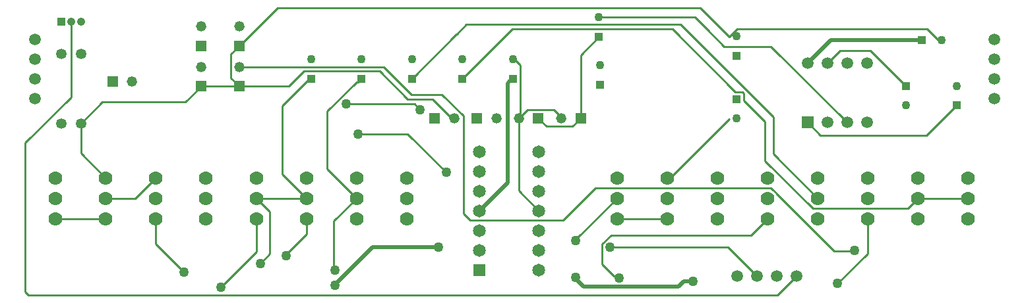
<source format=gbl>
G04*
G04 #@! TF.GenerationSoftware,Altium Limited,Altium Designer,25.3.3 (18)*
G04*
G04 Layer_Physical_Order=2*
G04 Layer_Color=16711680*
%FSLAX25Y25*%
%MOIN*%
G70*
G04*
G04 #@! TF.SameCoordinates,DCBC244B-8E6B-4275-8FA6-C99DFC31DE85*
G04*
G04*
G04 #@! TF.FilePolarity,Positive*
G04*
G01*
G75*
%ADD18C,0.01000*%
%ADD30C,0.07000*%
%ADD32C,0.05900*%
%ADD37C,0.05200*%
%ADD38R,0.05200X0.05200*%
%ADD42R,0.05200X0.05200*%
%ADD46R,0.04331X0.04331*%
%ADD49R,0.04331X0.04331*%
%ADD50C,0.02067*%
%ADD51C,0.04331*%
%ADD52R,0.04134X0.04134*%
%ADD53C,0.04134*%
%ADD54C,0.06496*%
%ADD55R,0.06496X0.06496*%
%ADD56R,0.05937X0.05937*%
%ADD57C,0.05937*%
%ADD58C,0.05315*%
%ADD59C,0.05000*%
D18*
X511588Y391660D02*
G03*
X510117Y393131I-4194J-2723D01*
G01*
X155295Y440236D02*
Y478445D01*
X132219Y417160D02*
X155295Y440236D01*
X132219Y341403D02*
Y417160D01*
Y341403D02*
X133626Y339996D01*
X512496D01*
X542815Y345669D02*
X558126Y360980D01*
Y378543D01*
X263976Y359941D02*
Y360429D01*
X274269Y370722D02*
Y378543D01*
X263976Y360429D02*
X274269Y370722D01*
X250886Y355906D02*
X255709Y360728D01*
Y382132D01*
X248903Y361797D02*
Y378543D01*
X231102Y343996D02*
X248903Y361797D01*
X512496Y339996D02*
X521988Y349488D01*
X198172Y365686D02*
X212500Y351358D01*
X198172Y365686D02*
Y378543D01*
X248903Y388937D02*
X255709Y382132D01*
X288189Y352756D02*
X288583Y352362D01*
X288189Y352756D02*
Y377492D01*
X299634Y388937D01*
X325492Y421654D02*
X344980Y402165D01*
X342717Y441634D02*
X353642Y430709D01*
Y381196D02*
X357082Y377756D01*
X353642Y381196D02*
Y430709D01*
X327475Y441634D02*
X342717D01*
X160236Y426870D02*
X171063Y437697D01*
X213104D01*
X220916Y445509D01*
X300295Y421654D02*
X325492D01*
X510335Y411363D02*
X532760Y388937D01*
X510335Y411363D02*
Y430048D01*
X463340Y477043D02*
X510335Y430048D01*
X506201Y407874D02*
Y427953D01*
X495496Y438658D02*
X506201Y427953D01*
Y407874D02*
X530315Y383760D01*
X459449Y474705D02*
X491217Y442937D01*
X494617D01*
X495496Y438658D02*
Y442058D01*
X365645Y477043D02*
X463340D01*
X494617Y442937D02*
X495496Y442058D01*
X488091Y470768D02*
X492126Y474803D01*
X587979D02*
X595066Y467717D01*
X378917Y459764D02*
X382307Y456374D01*
X240409Y445731D02*
X265460D01*
X240311D02*
X240409D01*
X430331Y349393D02*
X431616D01*
X432382Y348628D01*
X430209Y349515D02*
X430331Y349393D01*
X429815Y349515D02*
X430209D01*
X294291Y436811D02*
X328937D01*
X331791Y433957D01*
X300426Y447941D02*
X302067Y449582D01*
X284878Y403693D02*
Y433205D01*
X302067Y449582D02*
Y450394D01*
X299614Y447941D02*
X300426D01*
X284878Y433205D02*
X299614Y447941D01*
X337894Y439272D02*
X346378Y430787D01*
X325394Y439272D02*
X337894D01*
X311221Y453445D02*
X325394Y439272D01*
X575575Y447555D02*
X575873D01*
X559350Y463779D02*
X575575Y447555D01*
X575873D02*
X576132Y447296D01*
X543976Y463779D02*
X559350D01*
X576132Y446998D02*
Y447296D01*
X587795Y420866D02*
X602953Y436024D01*
X534173Y420866D02*
X587795D01*
X147441Y378543D02*
X172807D01*
X240409Y466219D02*
X259623Y485433D01*
X236211Y462021D02*
X240409Y466219D01*
X313536Y455574D02*
X327475Y441634D01*
X284878Y403693D02*
X299634Y388937D01*
X261910Y401296D02*
Y435728D01*
X276575Y450394D01*
X540945Y362303D02*
X551181D01*
X551378Y362500D01*
X357082Y377756D02*
X404134D01*
X420472Y394094D02*
X509154D01*
X404134Y377756D02*
X420472Y394094D01*
X410532Y367618D02*
Y368171D01*
X431298Y388937D01*
X423756Y355575D02*
X429815Y349515D01*
X423756Y355575D02*
Y365732D01*
X382307Y430216D02*
Y456374D01*
X381619Y429528D02*
X382307Y430216D01*
X386014Y433923D01*
X399345D01*
X381619Y392726D02*
X391772Y382573D01*
X381619Y392726D02*
Y429528D01*
X378223Y474705D02*
X459449D01*
X353125Y449606D02*
X378223Y474705D01*
X259623Y485433D02*
X473425D01*
X160236Y411901D02*
Y426870D01*
Y411901D02*
X172807Y399331D01*
X487402Y364075D02*
X501988Y349488D01*
X427756Y364075D02*
X487402D01*
X273174Y453445D02*
X311221D01*
X391461Y429528D02*
X395561Y425428D01*
X408794D01*
X412894Y429528D01*
Y461565D01*
X422195Y470866D01*
X509071Y465969D02*
X547618Y427421D01*
X485534Y465969D02*
X509071D01*
X473425Y485433D02*
X488091Y470768D01*
X492126Y474803D02*
X587979D01*
X365645Y477043D02*
X365645Y477043D01*
X350306Y472195D02*
X355155Y477043D01*
X365645D01*
X350197Y472195D02*
X350306D01*
X327608Y449606D02*
X350197Y472195D01*
X240311Y455574D02*
X313536D01*
X346521Y430787D02*
X347781Y429528D01*
X346378Y430787D02*
X346521D01*
X347781Y429528D02*
X348917D01*
X527618Y427421D02*
X534173Y420866D01*
X248903Y388937D02*
X274269D01*
X530315Y383760D02*
X578314D01*
X456664Y399331D02*
X458287D01*
X460060Y401005D02*
X488091Y429035D01*
X459962Y401005D02*
X460060D01*
X458287Y399331D02*
X459962Y401005D01*
X423756Y365732D02*
X428302Y370278D01*
X499129D01*
X578314Y383760D02*
X583491Y388937D01*
X608857D01*
X499129Y370278D02*
X507395Y378543D01*
X511588Y391660D02*
X540945Y362303D01*
X509154Y394094D02*
X510117Y393131D01*
X431298Y378543D02*
X456664D01*
X261910Y401296D02*
X274269Y388937D01*
X187778D02*
X198172Y399331D01*
X172807Y388937D02*
X187778D01*
X236211Y449831D02*
Y462021D01*
Y449831D02*
X240311Y445731D01*
X220916D02*
X240311D01*
X265460D02*
X273174Y453445D01*
X423327Y480709D02*
X470794D01*
X476604Y474898D01*
Y474898D02*
X485534Y465969D01*
X476604Y474898D02*
Y474898D01*
X399345Y433923D02*
X403051Y430217D01*
X223179Y396821D02*
X223228Y396772D01*
X537618Y457421D02*
X543976Y463779D01*
X298967Y375935D02*
X299114Y376083D01*
D30*
X431298Y378543D02*
D03*
Y388937D02*
D03*
Y399331D02*
D03*
X456664D02*
D03*
Y388937D02*
D03*
Y378543D02*
D03*
X482029Y399331D02*
D03*
Y388937D02*
D03*
Y378543D02*
D03*
X198172D02*
D03*
Y388937D02*
D03*
Y399331D02*
D03*
X248903Y378543D02*
D03*
Y388937D02*
D03*
Y399331D02*
D03*
X147441Y378543D02*
D03*
Y388937D02*
D03*
Y399331D02*
D03*
X172807D02*
D03*
Y388937D02*
D03*
Y378543D02*
D03*
X223538Y399331D02*
D03*
Y388937D02*
D03*
Y378543D02*
D03*
X299634D02*
D03*
Y388937D02*
D03*
Y399331D02*
D03*
X325000Y378543D02*
D03*
Y388937D02*
D03*
Y399331D02*
D03*
X274269D02*
D03*
Y388937D02*
D03*
Y378543D02*
D03*
X583491D02*
D03*
Y388937D02*
D03*
Y399331D02*
D03*
X507395Y378543D02*
D03*
Y388937D02*
D03*
Y399331D02*
D03*
X532760D02*
D03*
Y388937D02*
D03*
Y378543D02*
D03*
X608857D02*
D03*
Y388937D02*
D03*
Y399331D02*
D03*
X558126D02*
D03*
Y388937D02*
D03*
Y378543D02*
D03*
D32*
X492039Y349500D02*
D03*
X512039D02*
D03*
X522039D02*
D03*
X502039D02*
D03*
X622000Y439500D02*
D03*
Y459500D02*
D03*
Y449500D02*
D03*
Y469500D02*
D03*
X137000Y449500D02*
D03*
Y469500D02*
D03*
Y459500D02*
D03*
Y439500D02*
D03*
D37*
X220916Y455574D02*
D03*
X240409D02*
D03*
X220916Y476062D02*
D03*
X381619Y429528D02*
D03*
X370350D02*
D03*
X348917D02*
D03*
X186177Y448011D02*
D03*
X240409Y476062D02*
D03*
X403051Y429528D02*
D03*
D38*
X220916Y445731D02*
D03*
X240409D02*
D03*
X220916Y466219D02*
D03*
X240409D02*
D03*
D42*
X391461Y429528D02*
D03*
X360507D02*
D03*
X339075D02*
D03*
X176335Y448011D02*
D03*
X412894Y429528D02*
D03*
D46*
X491831Y439272D02*
D03*
X422835Y446555D02*
D03*
X577539Y445890D02*
D03*
X602953Y436024D02*
D03*
X422195Y470866D02*
D03*
X378642Y449606D02*
D03*
X491831Y461319D02*
D03*
X327608Y449606D02*
D03*
X353125D02*
D03*
X276575D02*
D03*
X302092D02*
D03*
D49*
X585532Y469291D02*
D03*
D50*
X288681Y344783D02*
Y345276D01*
X307677Y364272D01*
X462500Y344094D02*
X465158Y346752D01*
X414370Y344094D02*
X462500D01*
X465158Y346752D02*
X469587D01*
X410433Y348031D02*
X414370Y344094D01*
X307677Y364272D02*
X341043D01*
X410433Y348031D02*
Y348819D01*
X378642Y449606D02*
Y450197D01*
X375984Y447264D02*
X377195Y448474D01*
X377510D01*
X375984Y396785D02*
Y447264D01*
X361772Y382573D02*
X375984Y396785D01*
X377510Y448474D02*
X378642Y449606D01*
X539488Y469291D02*
X585532D01*
X527618Y457421D02*
X539488Y469291D01*
D51*
X491831Y429429D02*
D03*
X422835Y456398D02*
D03*
X595374Y469291D02*
D03*
X577539Y436047D02*
D03*
X602953Y445866D02*
D03*
X422195Y480709D02*
D03*
X378642Y459449D02*
D03*
X491831Y471161D02*
D03*
X327608Y459449D02*
D03*
X353125D02*
D03*
X276575D02*
D03*
X302092D02*
D03*
D52*
X150295Y478445D02*
D03*
D53*
X155295D02*
D03*
X160295D02*
D03*
D54*
X391772Y412573D02*
D03*
Y402573D02*
D03*
Y392573D02*
D03*
Y352573D02*
D03*
Y362573D02*
D03*
Y372573D02*
D03*
Y382573D02*
D03*
X361772Y412573D02*
D03*
Y402573D02*
D03*
Y392573D02*
D03*
Y362573D02*
D03*
Y372573D02*
D03*
Y382573D02*
D03*
D55*
Y352573D02*
D03*
D56*
X527618Y427421D02*
D03*
D57*
X537618D02*
D03*
X547618D02*
D03*
X557618D02*
D03*
Y457421D02*
D03*
X547618D02*
D03*
X537618D02*
D03*
X527618D02*
D03*
D58*
X160236Y426870D02*
D03*
Y462303D02*
D03*
X150394Y426870D02*
D03*
Y462303D02*
D03*
D59*
X250886Y355906D02*
D03*
X231102Y343996D02*
D03*
X212500Y351358D02*
D03*
X288681Y344783D02*
D03*
X288583Y352362D02*
D03*
X263976Y359941D02*
D03*
X344980Y402165D02*
D03*
X300295Y421654D02*
D03*
X542815Y345669D02*
D03*
X432382Y348628D02*
D03*
X294291Y436811D02*
D03*
X331791Y433957D02*
D03*
X551378Y362500D02*
D03*
X341043Y364272D02*
D03*
X410433Y348819D02*
D03*
X410532Y367618D02*
D03*
X469587Y346752D02*
D03*
X427756Y364075D02*
D03*
M02*

</source>
